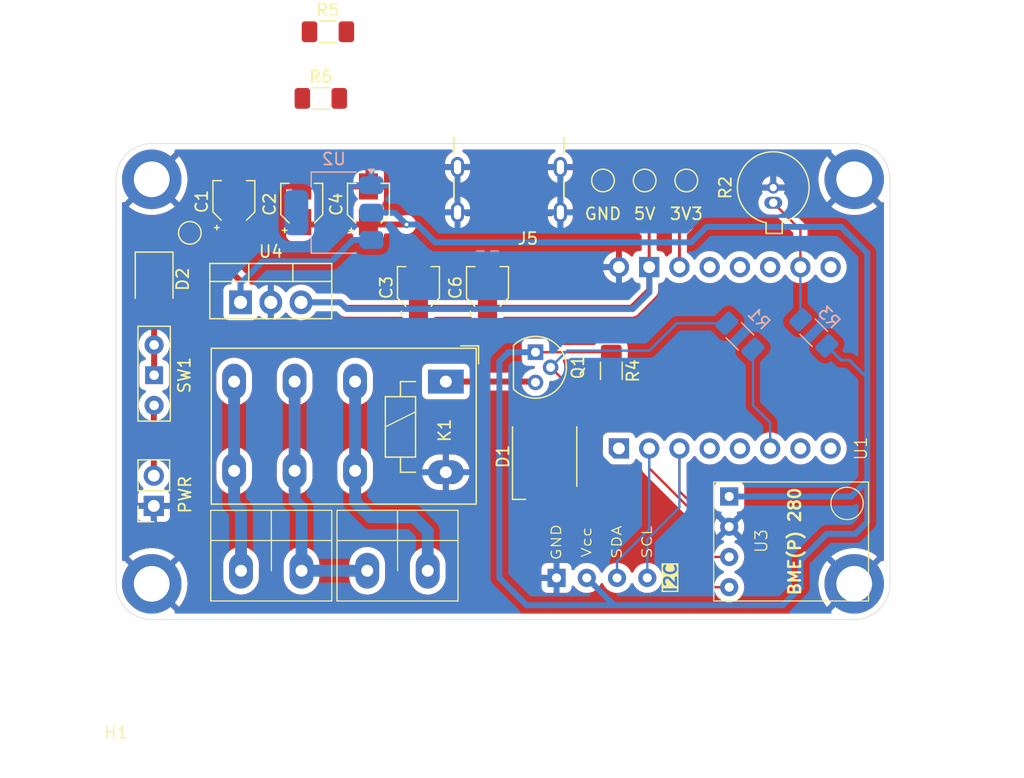
<source format=kicad_pcb>
(kicad_pcb (version 20240108) (generator "pcbnew") (generator_version "8.0")
  (layers (0 "F.Cu" signal) (31 "B.Cu" signal) (34 "B.Paste" user) (35 "F.Paste" user) (36 "B.SilkS" user "B.Silkscreen") (37 "F.SilkS" user "F.Silkscreen") (38 "B.Mask" user) (39 "F.Mask" user) (44 "Edge.Cuts" user))
  (net 0 "")
  (net 1 "GND")
  (net 2 "/SDA")
  (net 3 "/SCL")
  (net 4 "Net-(Q1-E)")
  (net 5 "/GPIO10")
  (net 7 "/ADC1")
  (net 16 "+3V3")
  (net 17 "/Power Supply/VIN")
  (net 18 "+5V")
  (net 19 "/Power Supply/VDC")
  (net 20 "/NC")
  (net 21 "/COM")
  (net 22 "/NO")
  (net 23 "Net-(J1-Pin_2)")
  (net 24 "Net-(D1-AG)")
  (net 25 "Net-(D1-AB)")
  (net 27 "Net-(J5-CC2)")
  (net 29 "Net-(J5-CC1)")
  (footprint "Capacitor_SMD:CP_Elec_3x5.3" (layer "F.Cu") (at 131.8 64.4 90)
    (property "Reference" "C4" (at 0 -2.7 90) (layer "F.SilkS"))
    (property "Value" "10uF")
    (fp_line (start 1.76 -1.76) (end 1.76 -1.06) (stroke (width 0.12)) (layer "F.SilkS"))
    (fp_line (start -0.870563 -1.76) (end 1.76 -1.76) (stroke (width 0.12)) (layer "F.SilkS"))
    (fp_line (start -2.1875 -1.6225) (end -2.1875 -1.2475) (stroke (width 0.12)) (layer "F.SilkS"))
    (fp_line (start -2.375 -1.435) (end -2 -1.435) (stroke (width 0.12)) (layer "F.SilkS"))
    (fp_line (start -1.570563 -1.06) (end -0.870563 -1.76) (stroke (width 0.12)) (layer "F.SilkS"))
    (fp_line (start -1.570563 1.06) (end -0.870563 1.76) (stroke (width 0.12)) (layer "F.SilkS"))
    (fp_line (start 1.76 1.76) (end 1.76 1.06) (stroke (width 0.12)) (layer "F.SilkS"))
    (fp_line (start -0.870563 1.76) (end 1.76 1.76) (stroke (width 0.12)) (layer "F.SilkS"))
    (pad "1" smd rect (at -1.5 0 90) (size 2.2 1.6) (layers "F.Cu" "F.Paste" "F.Mask") (net 16 "+3V3"))
    (pad "2" smd rect (at 1.5 0 90) (size 2.2 1.6) (layers "F.Cu" "F.Paste" "F.Mask") (net 1 "GND"))
  )
  (footprint "Alexander Footprint Library:USB-C MOLEX 2171750001" (layer "F.Cu") (at 143.6 58.675 180)
    (property "Reference" "J5" (at -1.5875 -8.605 0) (layer "F.SilkS"))
    (property "Value" "USB-C_Receptacle_PowerOnly_6P_MOLEX-2171750001")
    (fp_line (start 4.62 -0.15) (end 4.62 -1.4) (stroke (width 0.15)) (layer "F.SilkS"))
    (fp_line (start 4.62 -3.75) (end 4.62 -5.2) (stroke (width 0.15)) (layer "F.SilkS"))
    (fp_line (start -4.62 -0.15) (end -4.62 -1.4) (stroke (width 0.15)) (layer "F.SilkS"))
    (fp_line (start -4.62 -3.75) (end -4.62 -5.2) (stroke (width 0.15)) (layer "F.SilkS"))
    (pad "A5" smd rect (at -0.5 -6.48 180) (size 0.7 1.2) (layers "F.Cu" "F.Paste") (net 29 "Net-(J5-CC1)"))
    (pad "A9" smd rect (at 1.52 -6.48 180) (size 0.76 1.2) (layers "F.Cu" "F.Paste"))
    (pad "A12" smd rect (at 2.75 -6.48 180) (size 0.8 1.2) (layers "F.Cu" "F.Paste") (net 1 "GND"))
    (pad "B5" smd rect (at 0.5 -6.48 180) (size 0.7 1.2) (layers "F.Cu" "F.Paste") (net 27 "Net-(J5-CC2)"))
    (pad "B9" smd rect (at -1.52 -6.48 180) (size 0.76 1.2) (layers "F.Cu" "F.Paste"))
    (pad "B12" smd rect (at -2.75 -6.48 180) (size 0.8 1.2) (layers "F.Cu" "F.Paste") (net 1 "GND"))
    (pad "S1" thru_hole oval (at -4.32 -2.6 180) (size 1.1 1.7) (drill oval 0.6 1.2) (layers "*.Cu" "*.Mask") (net 1 "GND"))
    (pad "S2" thru_hole oval (at 4.32 -2.6 180) (size 1.1 1.7) (drill oval 0.6 1.2) (layers "*.Cu" "*.Mask") (net 1 "GND"))
    (pad "S3" thru_hole oval (at -4.32 -6.4 180) (size 1.1 1.7) (drill oval 0.6 1.2) (layers "*.Cu" "*.Mask") (net 1 "GND"))
    (pad "S4" thru_hole oval (at 4.32 -6.4 180) (size 1.1 1.7) (drill oval 0.6 1.2) (layers "*.Cu" "*.Mask") (net 1 "GND"))
  )
  (footprint "Package_TO_SOT_THT:TO-92" (layer "F.Cu") (at 145.83 76.83 -90)
    (property "Reference" "Q1" (at 1.27 -3.56 90) (layer "F.SilkS"))
    (property "Value" "NPN")
    (fp_line (start -0.53 1.85) (end 3.07 1.85) (stroke (width 0.12)) (layer "F.SilkS"))
    (fp_arc (start -0.568478 1.838478) (mid -1.132087 -0.994977) (end 1.27 -2.6) (stroke (width 0.12)) (layer "F.SilkS"))
    (fp_arc (start 1.27 -2.6) (mid 3.672087 -0.994977) (end 3.108478 1.838478) (stroke (width 0.12)) (layer "F.SilkS"))
    (pad "1" thru_hole rect (at 0 0 270) (size 1.3 1.3) (drill 0.75) (layers "*.Cu" "*.Mask") (net 16 "+3V3"))
    (pad "2" thru_hole circle (at 1.27 -1.27 270) (size 1.3 1.3) (drill 0.75) (layers "*.Cu" "*.Mask") (net 24 "Net-(D1-AG)"))
    (pad "3" thru_hole circle (at 2.54 0 270) (size 1.3 1.3) (drill 0.75) (layers "*.Cu" "*.Mask") (net 4 "Net-(Q1-E)"))
  )
  (footprint "TestPoint:TestPoint_Pad_D1.5mm" (layer "F.Cu") (at 158.5 62.4)
    (property "Reference" "3V3" (at 0 2.8 0) (layer "F.SilkS"))
    (property "Value" "3V3")
    (fp_circle (center 0 0) (end 0 0.95) (stroke (width 0.12)) (fill none) (layer "F.SilkS"))
    (pad "1" smd circle (at 0 0) (size 1.5 1.5) (layers "F.Cu" "F.Mask") (net 16 "+3V3"))
  )
  (footprint "Alexander Footprint Library:Conn_Terminal_5mm" (layer "F.Cu") (at 113.48 95.2 90)
    (property "Reference" "J3" (hide yes))
    (property "Value" "Conn_01x02_Socket")
    (fp_line (start 2.54 5.08) (end -2.54 5.08) (stroke (width 0.1)) (layer "F.SilkS"))
    (fp_line (start -2.54 5.08) (end 5.08 5.08) (stroke (width 0.1)) (layer "F.SilkS"))
    (fp_line (start -2.54 5.08) (end -2.54 15.24) (stroke (width 0.1)) (layer "F.SilkS"))
    (fp_line (start 0 10.17) (end 5.08 10.16) (stroke (width 0.1)) (layer "F.SilkS"))
    (fp_line (start 5.08 15.24) (end 5.08 5.08) (stroke (width 0.1)) (layer "F.SilkS"))
    (fp_line (start 2.54 15.24) (end 2.54 5.08) (stroke (width 0.1)) (layer "F.SilkS"))
    (fp_line (start -2.54 15.24) (end 5.08 15.24) (stroke (width 0.1)) (layer "F.SilkS"))
    (pad "1" thru_hole oval (at 0 7.62 180) (size 2 3) (drill 1) (layers "*.Cu" "*.Mask") (net 20 "/NC"))
    (pad "2" thru_hole oval (at 0 12.7 180) (size 2 3) (drill 1) (layers "*.Cu" "*.Mask") (net 21 "/COM"))
  )
  (footprint "Alexander Footprint Library:Conn_I2C" (layer "F.Cu") (at 139.98 95.8 90)
    (property "Reference" "J4" (hide yes))
    (property "Value" "I2C")
    (fp_text user "I2C" (at 0 17.78 90) (layer "F.SilkS" knockout) (effects (font (thickness 0.2) (bold yes)) (justify bottom)))
    (fp_text user "GND" (at 3 7.6 90) (layer "F.SilkS") (effects (font (size 0.8 1) (thickness 0.1))))
    (fp_text user "SDA" (at 3 12.68 90) (layer "F.SilkS") (effects (font (size 0.8 1) (thickness 0.1))))
    (fp_text user "SCL" (at 3 15.22 90) (layer "F.SilkS") (effects (font (size 0.8 1) (thickness 0.1))))
    (fp_text user "Vcc" (at 3 10.14 90) (layer "F.SilkS") (effects (font (size 0.8 1) (thickness 0.1))))
    (pad "GND" thru_hole rect (at 0 7.62 90) (size 1.524 1.524) (drill 0.762) (layers "*.Cu" "*.Mask") (net 1 "GND"))
    (pad "SCL" thru_hole circle (at 0 15.24 90) (size 1.524 1.524) (drill 0.762) (layers "*.Cu" "*.Mask") (net 3 "/SCL"))
    (pad "SDA" thru_hole circle (at 0 12.7 90) (size 1.524 1.524) (drill 0.762) (layers "*.Cu" "*.Mask") (net 2 "/SDA"))
    (pad "Vcc" thru_hole circle (at 0 10.16 90) (size 1.524 1.524) (drill 0.762) (layers "*.Cu" "*.Mask") (net 16 "+3V3"))
  )
  (footprint "TestPoint:TestPoint_Pad_D1.5mm" (layer "F.Cu") (at 155 62.4)
    (property "Reference" "5V" (at 0 2.8 0) (layer "F.SilkS"))
    (property "Value" "5V")
    (fp_circle (center 0 0) (end 0 0.95) (stroke (width 0.12)) (fill none) (layer "F.SilkS"))
    (pad "1" smd circle (at 0 0) (size 1.5 1.5) (layers "F.Cu" "F.Mask") (net 18 "+5V"))
  )
  (footprint "Alexander Footprint Library:BME280_BMP280_I2C" (layer "F.Cu") (at 160.8 87.74)
    (property "Reference" "U3" (at 4 4.96 90) (layer "F.SilkS") (effects (font (thickness 0.1))))
    (property "Value" "~")
    (fp_rect (start 0 0) (end 13 10) (stroke (width 0.1)) (fill none) (layer "F.SilkS"))
    (fp_circle (center 11.2 1.8) (end 12.3 1) (stroke (width 0.1)) (fill none) (layer "F.SilkS"))
    (fp_text user "BME(P) 280" (at 6.8 5 90) (layer "F.SilkS") (effects (font (thickness 0.2) (bold yes))))
    (pad "1" thru_hole rect (at 1.3 1.22) (size 1.524 1.524) (drill 0.762) (layers "*.Cu" "*.Mask") (net 16 "+3V3"))
    (pad "2" thru_hole circle (at 1.3 3.76) (size 1.524 1.524) (drill 0.762) (layers "*.Cu" "*.Mask") (net 1 "GND"))
    (pad "3" thru_hole circle (at 1.3 6.3) (size 1.524 1.524) (drill 0.762) (layers "*.Cu" "*.Mask") (net 3 "/SCL"))
    (pad "4" thru_hole circle (at 1.3 8.84) (size 1.524 1.524) (drill 0.762) (layers "*.Cu" "*.Mask") (net 2 "/SDA"))
  )
  (footprint "Resistor_SMD:R_1206_3216Metric_Pad1.30x1.75mm_HandSolder" (layer "F.Cu") (at 152.2 78.4 -90)
    (property "Reference" "R4" (at 0 -1.82 90) (layer "F.SilkS"))
    (property "Value" "10K")
    (fp_line (start -0.727064 0.91) (end 0.727064 0.91) (stroke (width 0.12)) (layer "F.SilkS"))
    (fp_line (start -0.727064 -0.91) (end 0.727064 -0.91) (stroke (width 0.12)) (layer "F.SilkS"))
    (pad "1" smd roundrect (at -1.550001 0 270) (size 1.3 1.75) (layers "F.Cu" "F.Paste" "F.Mask") (roundrect_rratio 0.192308) (net 16 "+3V3"))
    (pad "2" smd roundrect (at 1.550001 0 270) (size 1.3 1.75) (layers "F.Cu" "F.Paste" "F.Mask") (roundrect_rratio 0.192308) (net 25 "Net-(D1-AB)"))
  )
  (footprint "Connector_PinSocket_2.54mm:PinSocket_1x02_P2.54mm_Vertical" (layer "F.Cu") (at 113.775 89.75 180)
    (property "Reference" "J1" (hide yes))
    (property "Value" "PWR" (at -2.625 0.95 90) (layer "F.SilkS"))
    (fp_line (start 1.33 1.27) (end 1.33 3.87) (stroke (width 0.12)) (layer "F.SilkS"))
    (fp_line (start 1.33 -1.33) (end 1.33 0) (stroke (width 0.12)) (layer "F.SilkS"))
    (fp_line (start 0 -1.33) (end 1.33 -1.33) (stroke (width 0.12)) (layer "F.SilkS"))
    (fp_line (start -1.33 3.87) (end 1.33 3.87) (stroke (width 0.12)) (layer "F.SilkS"))
    (fp_line (start -1.33 1.27) (end 1.33 1.27) (stroke (width 0.12)) (layer "F.SilkS"))
    (fp_line (start -1.33 1.27) (end -1.33 3.87) (stroke (width 0.12)) (layer "F.SilkS"))
    (pad "1" thru_hole rect (at 0 0 180) (size 1.7 1.7) (drill 1) (layers "*.Cu" "*.Mask") (net 1 "GND"))
    (pad "2" thru_hole oval (at 0 2.54 180) (size 1.7 1.7) (drill 1) (layers "*.Cu" "*.Mask") (net 23 "Net-(J1-Pin_2)"))
  )
  (footprint "Alexander Footprint Library:LED_5050-6" (layer "F.Cu") (at 146.6 85.6 90)
    (property "Reference" "D1" (at 0 -3.5 90) (layer "F.SilkS"))
    (property "Value" "LED_SMD_5050")
    (fp_line (start -3.6 -2.7) (end 2.5 -2.7) (stroke (width 0.12)) (layer "F.SilkS"))
    (fp_line (start -3.6 -1.6) (end -3.6 -2.7) (stroke (width 0.12)) (layer "F.SilkS"))
    (fp_line (start 2.5 2.7) (end -2.5 2.7) (stroke (width 0.12)) (layer "F.SilkS"))
    (pad "1" smd rect (at -2.4 -1.7 180) (size 1.1 2) (layers "F.Cu" "F.Paste" "F.Mask") (net 25 "Net-(D1-AB)"))
    (pad "2" smd rect (at -2.4 0 180) (size 1.1 2) (layers "F.Cu" "F.Paste" "F.Mask") (net 25 "Net-(D1-AB)"))
    (pad "3" smd rect (at -2.4 1.7 180) (size 1.1 2) (layers "F.Cu" "F.Paste" "F.Mask") (net 25 "Net-(D1-AB)"))
    (pad "4" smd rect (at 2.4 1.7 180) (size 1.1 2) (layers "F.Cu" "F.Paste" "F.Mask") (net 24 "Net-(D1-AG)"))
    (pad "5" smd rect (at 2.4 0 180) (size 1.1 2) (layers "F.Cu" "F.Paste" "F.Mask") (net 24 "Net-(D1-AG)"))
    (pad "6" smd rect (at 2.4 -1.7 180) (size 1.1 2) (layers "F.Cu" "F.Paste" "F.Mask") (net 24 "Net-(D1-AG)"))
  )
  (footprint "Capacitor_SMD:CP_Elec_3x5.3" (layer "F.Cu") (at 136 71.4 90)
    (property "Reference" "C3" (at 0 -2.7 90) (layer "F.SilkS"))
    (property "Value" "1uF")
    (fp_line (start 1.76 -1.76) (end 1.76 -1.06) (stroke (width 0.12)) (layer "F.SilkS"))
    (fp_line (start -0.870563 -1.76) (end 1.76 -1.76) (stroke (width 0.12)) (layer "F.SilkS"))
    (fp_line (start -2.1875 -1.6225) (end -2.1875 -1.2475) (stroke (width 0.12)) (layer "F.SilkS"))
    (fp_line (start -2.375 -1.435) (end -2 -1.435) (stroke (width 0.12)) (layer "F.SilkS"))
    (fp_line (start -1.570563 -1.06) (end -0.870563 -1.76) (stroke (width 0.12)) (layer "F.SilkS"))
    (fp_line (start -1.570563 1.06) (end -0.870563 1.76) (stroke (width 0.12)) (layer "F.SilkS"))
    (fp_line (start 1.76 1.76) (end 1.76 1.06) (stroke (width 0.12)) (layer "F.SilkS"))
    (fp_line (start -0.870563 1.76) (end 1.76 1.76) (stroke (width 0.12)) (layer "F.SilkS"))
    (pad "1" smd rect (at -1.5 0 90) (size 2.2 1.6) (layers "F.Cu" "F.Paste" "F.Mask") (net 18 "+5V"))
    (pad "2" smd rect (at 1.5 0 90) (size 2.2 1.6) (layers "F.Cu" "F.Paste" "F.Mask") (net 1 "GND"))
  )
  (footprint "Alexander Footprint Library:ESP32-C3_SuperMini" (layer "F.Cu") (at 173.16 84.92 90)
    (property "Reference" "U1" (at 0 0 90) (layer "F.SilkS") (effects (font (thickness 0.1))))
    (property "Value" "~")
    (pad "1" thru_hole roundrect (at 0 -20.32 90) (size 1.7 1.7) (drill 1) (layers "*.Cu" "*.Mask") (roundrect_rratio 0) (chamfer_ratio 0.25) (chamfer top_left))
    (pad "2" thru_hole oval (at 0 -17.78 90) (size 1.7 1.7) (drill 1) (layers "*.Cu" "*.Mask") (net 2 "/SDA"))
    (pad "3" thru_hole oval (at 0 -15.24 90) (size 1.7 1.7) (drill 1) (layers "*.Cu" "*.Mask") (net 3 "/SCL"))
    (pad "4" thru_hole oval (at 0 -12.7 90) (size 1.7 1.7) (drill 1) (layers "*.Cu" "*.Mask"))
    (pad "5" thru_hole oval (at 0 -10.16 90) (size 1.7 1.7) (drill 1) (layers "*.Cu" "*.Mask"))
    (pad "6" thru_hole oval (at 0 -7.62 90) (size 1.7 1.7) (drill 1) (layers "*.Cu" "*.Mask") (net 5 "/GPIO10"))
    (pad "7" thru_hole oval (at 0 -5.08 90) (size 1.7 1.7) (drill 1) (layers "*.Cu" "*.Mask"))
    (pad "8" thru_hole oval (at 0 -2.54 90) (size 1.7 1.7) (drill 1) (layers "*.Cu" "*.Mask"))
    (pad "9" thru_hole oval (at 15.24 -2.54 90) (size 1.7 1.7) (drill 1) (layers "*.Cu" "*.Mask"))
    (pad "10" thru_hole oval (at 15.24 -5.08 90) (size 1.7 1.7) (drill 1) (layers "*.Cu" "*.Mask") (net 7 "/ADC1"))
    (pad "11" thru_hole oval (at 15.24 -7.62 90) (size 1.7 1.7) (drill 1) (layers "*.Cu" "*.Mask"))
    (pad "12" thru_hole oval (at 15.24 -10.16 90) (size 1.7 1.7) (drill 1) (layers "*.Cu" "*.Mask"))
    (pad "13" thru_hole oval (at 15.24 -12.7 90) (size 1.7 1.7) (drill 1) (layers "*.Cu" "*.Mask"))
    (pad "14" thru_hole oval (at 15.24 -15.24 90) (size 1.7 1.7) (drill 1) (layers "*.Cu" "*.Mask") (net 16 "+3V3"))
    (pad "15" thru_hole rect (at 15.24 -17.78 90) (size 1.7 1.7) (drill 1) (layers "*.Cu" "*.Mask") (net 18 "+5V"))
    (pad "16" thru_hole oval (at 15.24 -20.32 90) (size 1.7 1.7) (drill 1) (layers "*.Cu" "*.Mask") (net 1 "GND"))
  )
  (footprint "TestPoint:TestPoint_Pad_D1.5mm" (layer "F.Cu") (at 151.5 62.4)
    (property "Reference" "GND" (at 0 2.8 0) (layer "F.SilkS"))
    (property "Value" "GND")
    (fp_circle (center 0 0) (end 0 0.95) (stroke (width 0.12)) (fill none) (layer "F.SilkS"))
    (pad "1" smd circle (at 0 0) (size 1.5 1.5) (layers "F.Cu" "F.Mask") (net 1 "GND"))
  )
  (footprint "Alexander Footprint Library:Board_65-40" (layer "F.Cu") (at 110.6 109.3)
    (property "Reference" "H1" (at 0 -0.5 0) (layer "F.SilkS") (effects (font (thickness 0.1))))
    (property "Value" "Project_Box_Board_65x40")
    (fp_line (start 0 -13) (end 0 -47) (stroke (width 0.05)) (layer "Edge.Cuts"))
    (fp_line (start 3 -50) (end 62 -50) (stroke (width 0.05)) (layer "Edge.Cuts"))
    (fp_line (start 62 -10) (end 3 -10) (stroke (width 0.05)) (layer "Edge.Cuts"))
    (fp_line (start 65 -47) (end 65 -13) (stroke (width 0.05)) (layer "Edge.Cuts"))
    (fp_arc (start 0 -47) (mid 0.87868 -49.12132) (end 3 -50) (stroke (width 0.05)) (layer "Edge.Cuts"))
    (fp_arc (start 3 -10) (mid 0.87868 -10.87868) (end 0 -13) (stroke (width 0.05)) (layer "Edge.Cuts"))
    (fp_arc (start 62 -50) (mid 64.12132 -49.12132) (end 65 -47) (stroke (width 0.05)) (layer "Edge.Cuts"))
    (fp_arc (start 65 -13) (mid 64.12132 -10.87868) (end 62 -10) (stroke (width 0.05)) (layer "Edge.Cuts"))
    (pad "1" thru_hole circle (at 3 -47) (size 5 5) (drill 3) (layers "*.Cu" "*.Mask") (net 1 "GND"))
    (pad "2" thru_hole circle (at 3 -13) (size 5 5) (drill 3) (layers "*.Cu" "*.Mask") (net 1 "GND"))
    (pad "3" thru_hole circle (at 62 -13) (size 5 5) (drill 3) (layers "*.Cu" "*.Mask") (net 1 "GND"))
    (pad "4" thru_hole circle (at 62 -47) (size 5 5) (drill 3) (layers "*.Cu" "*.Mask") (net 1 "GND"))
  )
  (footprint "Alexander Footprint Library:LD1117" (layer "F.Cu") (at 121.06 72.645)
    (property "Reference" "U4" (at 2.54 -4.27 0) (layer "F.SilkS"))
    (property "Value" "L7805")
    (fp_line (start -2.58 -3.27) (end -2.58 1.371) (stroke (width 0.12)) (layer "F.SilkS"))
    (fp_line (start -2.58 -3.27) (end 7.66 -3.27) (stroke (width 0.12)) (layer "F.SilkS"))
    (fp_line (start -2.58 -1.76) (end 7.66 -1.76) (stroke (width 0.12)) (layer "F.SilkS"))
    (fp_line (start -2.58 1.371) (end 7.66 1.371) (stroke (width 0.12)) (layer "F.SilkS"))
    (fp_line (start 0.69 -3.27) (end 0.69 -1.76) (stroke (width 0.12)) (layer "F.SilkS"))
    (fp_line (start 4.391 -3.27) (end 4.391 -1.76) (stroke (width 0.12)) (layer "F.SilkS"))
    (fp_line (start 7.66 -3.27) (end 7.66 1.371) (stroke (width 0.12)) (layer "F.SilkS"))
    (pad "1" thru_hole rect (at 0 0) (size 1.905 2) (drill 1.1) (layers "*.Cu" "*.Mask") (net 17 "/Power Supply/VIN"))
    (pad "2" thru_hole oval (at 2.54 0) (size 1.905 2) (drill 1.1) (layers "*.Cu" "*.Mask") (net 1 "GND"))
    (pad "3" thru_hole oval (at 5.08 0) (size 1.905 2) (drill 1.1) (layers "*.Cu" "*.Mask") (net 18 "+5V"))
  )
  (footprint "TestPoint:TestPoint_Pad_D1.5mm" (layer "F.Cu") (at 116.8 66.8)
    (property "Reference" "TP1" (hide yes))
    (property "Value" "VIN")
    (fp_circle (center 0 0) (end 0 0.95) (stroke (width 0.12)) (fill none) (layer "F.SilkS"))
    (pad "1" smd circle (at 0 0) (size 1.5 1.5) (layers "F.Cu" "F.Mask") (net 17 "/Power Supply/VIN"))
  )
  (footprint "Resistor_SMD:R_1206_3216Metric_Pad1.30x1.75mm_HandSolder" (layer "F.Cu") (at 128.4 49.9)
    (property "Reference" "R5" (at 0 -1.82 0) (layer "F.SilkS"))
    (property "Value" "5K7")
    (fp_line (start -0.727064 -0.91) (end 0.727064 -0.91) (stroke (width 0.12)) (layer "F.SilkS"))
    (fp_line (start -0.727064 0.91) (end 0.727064 0.91) (stroke (width 0.12)) (layer "F.SilkS"))
    (pad "1" smd roundrect (at -1.55 0) (size 1.3 1.75) (layers "F.Cu" "F.Paste" "F.Mask") (roundrect_rratio 0.192308) (net 1 "GND"))
    (pad "2" smd roundrect (at 1.55 0) (size 1.3 1.75) (layers "F.Cu" "F.Paste" "F.Mask") (roundrect_rratio 0.192308) (net 29 "Net-(J5-CC1)"))
  )
  (footprint "Capacitor_SMD:CP_Elec_3x5.3" (layer "F.Cu") (at 126.2 64.4 90)
    (property "Reference" "C2" (at 0 -2.7 90) (layer "F.SilkS"))
    (property "Value" "1uF")
    (fp_line (start 1.76 -1.76) (end 1.76 -1.06) (stroke (width 0.12)) (layer "F.SilkS"))
    (fp_line (start -0.870563 -1.76) (end 1.76 -1.76) (stroke (width 0.12)) (layer "F.SilkS"))
    (fp_line (start -2.1875 -1.6225) (end -2.1875 -1.2475) (stroke (width 0.12)) (layer "F.SilkS"))
    (fp_line (start -2.375 -1.435) (end -2 -1.435) (stroke (width 0.12)) (layer "F.SilkS"))
    (fp_line (start -1.570563 -1.06) (end -0.870563 -1.76) (stroke (width 0.12)) (layer "F.SilkS"))
    (fp_line (start -1.570563 1.06) (end -0.870563 1.76) (stroke (width 0.12)) (layer "F.SilkS"))
    (fp_line (start 1.76 1.76) (end 1.76 1.06) (stroke (width 0.12)) (layer "F.SilkS"))
    (fp_line (start -0.870563 1.76) (end 1.76 1.76) (stroke (width 0.12)) (layer "F.SilkS"))
    (pad "1" smd rect (at -1.5 0 90) (size 2.2 1.6) (layers "F.Cu" "F.Paste" "F.Mask") (net 16 "+3V3"))
    (pad "2" smd rect (at 1.5 0 90) (size 2.2 1.6) (layers "F.Cu" "F.Paste" "F.Mask") (net 1 "GND"))
  )
  (footprint "Diode_SMD:D_1210_3225Metric" (layer "F.Cu") (at 113.8 70.7 -90)
    (property "Reference" "D2" (at 0 -2.4 90) (layer "F.SilkS"))
    (property "Value" "D")
    (fp_line (start -2.285 1.585) (end 1.6 1.585) (stroke (width 0.12)) (layer "F.SilkS"))
    (fp_line (start -2.285 -1.585) (end -2.285 1.585) (stroke (width 0.12)) (layer "F.SilkS"))
    (fp_line (start 1.6 -1.585) (end -2.285 -1.585) (stroke (width 0.12)) (layer "F.SilkS"))
    (pad "1" smd roundrect (at -1.4 0 270) (size 1.25 2.65) (layers "F.Cu" "F.Paste" "F.Mask") (roundrect_rratio 0.2) (net 17 "/Power Supply/VIN"))
    (pad "2" smd roundrect (at 1.4 0 270) (size 1.25 2.65) (layers "F.Cu" "F.Paste" "F.Mask") (roundrect_rratio 0.2) (net 19 "/Power Supply/VDC"))
  )
  (footprint "Alexander Footprint Library:Conn_Terminal_5mm" (layer "F.Cu") (at 124.08 95.2 90)
    (property "Reference" "J2" (hide yes))
    (property "Value" "Conn_01x02_Socket")
    (fp_line (start 2.54 5.08) (end -2.54 5.08) (stroke (width 0.1)) (layer "F.SilkS"))
    (fp_line (start -2.54 5.08) (end 5.08 5.08) (stroke (width 0.1)) (layer "F.SilkS"))
    (fp_line (start -2.54 5.08) (end -2.54 15.24) (stroke (width 0.1)) (layer "F.SilkS"))
    (fp_line (start 0 10.17) (end 5.08 10.16) (stroke (width 0.1)) (layer "F.SilkS"))
    (fp_line (start 5.08 15.24) (end 5.08 5.08) (stroke (width 0.1)) (layer "F.SilkS"))
    (fp_line (start 2.54 15.24) (end 2.54 5.08) (stroke (width 0.1)) (layer "F.SilkS"))
    (fp_line (start -2.54 15.24) (end 5.08 15.24) (stroke (width 0.1)) (layer "F.SilkS"))
    (pad "1" thru_hole oval (at 0 7.62 180) (size 2 3) (drill 1) (layers "*.Cu" "*.Mask") (net 21 "/COM"))
    (pad "2" thru_hole oval (at 0 12.7 180) (size 2 3) (drill 1) (layers "*.Cu" "*.Mask") (net 22 "/NO"))
  )
  (footprint "Alexander Footprint Library:Relay_DPDT_HK19F_HUI" (layer "F.Cu") (at 138.3 79.3 180)
    (property "Reference" "K1" (at 0.1 -4.1 90) (layer "F.SilkS"))
    (property "Value" "Relay_DPDT_HK19F_HUI")
    (fp_line (start 19.7 2.8) (end 19.7 -10.3) (stroke (width 0.12)) (layer "F.SilkS"))
    (fp_line (start 19.7 -10.3) (end -2.55 -10.3) (stroke (width 0.12)) (layer "F.SilkS"))
    (fp_line (start 5.08 -1.27) (end 5.08 -6.35) (stroke (width 0.12)) (layer "F.SilkS"))
    (fp_line (start 5.08 -6.35) (end 2.54 -6.35) (stroke (width 0.12)) (layer "F.SilkS"))
    (fp_line (start 3.81 0) (end 3.81 -1.27) (stroke (width 0.12)) (layer "F.SilkS"))
    (fp_line (start 3.81 -1.27) (end 5.08 -1.27) (stroke (width 0.12)) (layer "F.SilkS"))
    (fp_line (start 3.81 -6.35) (end 3.81 -7.62) (stroke (width 0.12)) (layer "F.SilkS"))
    (fp_line (start 3.81 -7.62) (end 2.54 -7.62) (stroke (width 0.12)) (layer "F.SilkS"))
    (fp_line (start 2.54 0) (end 3.81 0) (stroke (width 0.12)) (layer "F.SilkS"))
    (fp_line (start 2.54 -1.27) (end 3.81 -1.27) (stroke (width 0.12)) (layer "F.SilkS"))
    (fp_line (start 2.54 -2.54) (end 5.08 -3.81) (stroke (width 0.1)) (layer "F.SilkS"))
    (fp_line (start 2.54 -6.35) (end 2.54 -1.27) (stroke (width 0.12)) (layer "F.SilkS"))
    (fp_line (start -2.55 2.8) (end 19.7 2.8) (stroke (width 0.12)) (layer "F.SilkS"))
    (fp_line (start -2.55 -10.3) (end -2.55 2.8) (stroke (width 0.12)) (layer "F.SilkS"))
    (fp_line (start -2.75 3) (end -1.25 3) (stroke (width 0.12)) (layer "F.SilkS"))
    (fp_line (start -2.75 1.5) (end -2.75 3) (stroke (width 0.12)) (layer "F.SilkS"))
    (pad "11" thru_hole oval (at 12.7 0) (size 2 3) (drill 1) (layers "*.Cu" "*.Mask") (net 21 "/COM"))
    (pad "12" thru_hole oval (at 7.62 0) (size 2 3) (drill 1) (layers "*.Cu" "*.Mask") (net 22 "/NO"))
    (pad "14" thru_hole oval (at 17.78 0) (size 2 3) (drill 1) (layers "*.Cu" "*.Mask") (net 20 "/NC"))
    (pad "21" thru_hole oval (at 12.7 -7.5) (size 2 3) (drill 1) (layers "*.Cu" "*.Mask") (net 21 "/COM"))
    (pad "22" thru_hole oval (at 7.62 -7.5) (size 2 3) (drill 1) (layers "*.Cu" "*.Mask") (net 22 "/NO"))
    (pad "24" thru_hole oval (at 17.78 -7.5) (size 2 3) (drill 1) (layers "*.Cu" "*.Mask") (net 20 "/NC"))
    (pad "A1" thru_hole rect (at 0 0) (size 3 2) (drill 1) (layers "*.Cu" "*.Mask") (net 4 "Net-(Q1-E)"))
    (pad "A2" thru_hole oval (at 0 -7.62) (size 3 2) (drill 1) (layers "*.Cu" "*.Mask") (net 1 "GND"))
  )
  (footprint "Capacitor_SMD:CP_Elec_3x5.3" (layer "F.Cu") (at 141.8 71.4 90)
    (property "Reference" "C6" (at 0 -2.7 90) (layer "F.SilkS"))
    (property "Value" "10uF")
    (fp_line (start 1.76 -1.76) (end 1.76 -1.06) (stroke (width 0.12)) (layer "F.SilkS"))
    (fp_line (start -0.870563 -1.76) (end 1.76 -1.76) (stroke (width 0.12)) (layer "F.SilkS"))
    (fp_line (start -2.1875 -1.6225) (end -2.1875 -1.2475) (stroke (width 0.12)) (layer "F.SilkS"))
    (fp_line (start -2.375 -1.435) (end -2 -1.435) (stroke (width 0.12)) (layer "F.SilkS"))
    (fp_line (start -1.570563 -1.06) (end -0.870563 -1.76) (stroke (width 0.12)) (layer "F.SilkS"))
    (fp_line (start -1.570563 1.06) (end -0.870563 1.76) (stroke (width 0.12)) (layer "F.SilkS"))
    (fp_line (start 1.76 1.76) (end 1.76 1.06) (stroke (width 0.12)) (layer "F.SilkS"))
    (fp_line (start -0.870563 1.76) (end 1.76 1.76) (stroke (width 0.12)) (layer "F.SilkS"))
    (pad "1" smd rect (at -1.5 0 90) (size 2.2 1.6) (layers "F.Cu" "F.Paste" "F.Mask") (net 18 "+5V"))
    (pad "2" smd rect (at 1.5 0 90) (size 2.2 1.6) (layers "F.Cu" "F.Paste" "F.Mask") (net 1 "GND"))
  )
  (footprint "Package_TO_SOT_THT:TO-46-2_Pin2Center" (layer "F.Cu") (at 165.8 64.27 90)
    (property "Reference" "R2" (at 1.27 -4.02 90) (layer "F.SilkS"))
    (property "Value" "R_Photo")
    (fp_line (start -1.68 -0.6) (end -2.58 -0.6) (stroke (width 0.12)) (layer "F.SilkS"))
    (fp_line (start -2.58 -0.6) (end -2.58 0.75) (stroke (width 0.12)) (layer "F.SilkS"))
    (fp_line (start -2.58 0.75) (end -1.68 0.75) (stroke (width 0.12)) (layer "F.SilkS"))
    (fp_arc (start -1.68 -0.6) (mid 4.279362 -0.078983) (end -1.644465 0.753918) (stroke (width 0.12)) (layer "F.SilkS"))
    (pad "1" thru_hole oval (at 0 0 180) (size 1.5 1) (drill 0.7) (layers "*.Cu" "*.Mask") (net 7 "/ADC1"))
    (pad "2" thru_hole oval (at 1.27 0 90) (size 1 1) (drill 0.6) (layers "*.Cu" "*.Mask") (net 1 "GND"))
  )
  (footprint "Resistor_SMD:R_1206_3216Metric_Pad1.30x1.75mm_HandSolder" (layer "F.Cu") (at 127.8 55.5)
    (property "Reference" "R6" (at 0 -1.82 0) (layer "F.SilkS"))
    (property "Value" "5K7")
    (fp_line (start -0.727064 -0.91) (end 0.727064 -0.91) (stroke (width 0.12)) (layer "F.SilkS"))
    (fp_line (start -0.727064 0.91) (end 0.727064 0.91) (stroke (width 0.12)) (layer "F.SilkS"))
    (pad "1" smd roundrect (at -1.55 0) (size 1.3 1.75) (layers "F.Cu" "F.Paste" "F.Mask") (roundrect_rratio 0.192308) (net 1 "GND"))
    (pad "2" smd roundrect (at 1.55 0) (size 1.3 1.75) (layers "F.Cu" "F.Paste" "F.Mask") (roundrect_rratio 0.192308) (net 27 "Net-(J5-CC2)"))
  )
  (footprint "Capacitor_SMD:CP_Elec_3x5.3" (layer "F.Cu") (at 120.5 64.1726 90)
    (property "Reference" "C1" (at 0 -2.7 90) (layer "F.SilkS"))
    (property "Value" "10uF")
    (fp_line (start 1.76 -1.76) (end 1.76 -1.06) (stroke (width 0.12)) (layer "F.SilkS"))
    (fp_line (start -0.870563 -1.76) (end 1.76 -1.76) (stroke (width 0.12)) (layer "F.SilkS"))
    (fp_line (start -2.1875 -1.6225) (end -2.1875 -1.2475) (stroke (width 0.12)) (layer "F.SilkS"))
    (fp_line (start -2.375 -1.435) (end -2 -1.435) (stroke (width 0.12)) (layer "F.SilkS"))
    (fp_line (start -1.570563 -1.06) (end -0.870563 -1.76) (stroke (width 0.12)) (layer "F.SilkS"))
    (fp_line (start -1.570563 1.06) (end -0.870563 1.76) (stroke (width 0.12)) (layer "F.SilkS"))
    (fp_line (start 1.76 1.76) (end 1.76 1.06) (stroke (width 0.12)) (layer "F.SilkS"))
    (fp_line (start -0.870563 1.76) (end 1.76 1.76) (stroke (width 0.12)) (layer "F.SilkS"))
    (pad "1" smd rect (at -1.5 0 90) (size 2.2 1.6) (layers "F.Cu" "F.Paste" "F.Mask") (net 17 "/Power Supply/VIN"))
    (pad "2" smd rect (at 1.5 0 90) (size 2.2 1.6) (layers "F.Cu" "F.Paste" "F.Mask") (net 1 "GND"))
  )
  (footprint "Alexander Footprint Library:SW_Slide-03_7.3x2.5x2.5_P2.54mm" (layer "F.Cu") (at 113.8 78.76 -90)
    (property "Reference" "SW1" (at 0 -2.54 90) (layer "F.SilkS"))
    (property "Value" "SW_SPDT")
    (fp_rect (start -4.11 -1.36) (end 3.86 1.36) (stroke (width 0.12)) (fill none) (layer "F.SilkS"))
    (pad "1" thru_hole rect (at 0 0 270) (size 1.5 1.5) (drill 0.8) (layers "*.Cu" "*.Mask") (net 19 "/Power Supply/VDC"))
    (pad "2" thru_hole circle (at -2.54 0 270) (size 1.6 1.6) (drill 0.8) (layers "*.Cu" "*.Mask") (net 19 "/Power Supply/VDC"))
    (pad "3" thru_hole circle (at 2.54 0 270) (size 1.6 1.6) (drill 0.8) (layers "*.Cu" "*.Mask") (net 23 "Net-(J1-Pin_2)"))
  )
  (footprint "Resistor_SMD:R_1206_3216Metric_Pad1.30x1.75mm_HandSolder" (layer "B.Cu") (at 163 75.5 -45)
    (property "Reference" "R1" (at 0.070711 -2.192031 135) (layer "B.SilkS") (effects (justify mirror)))
    (property "Value" "10K")
    (fp_line (start 0.727064 0.91) (end -0.727064 0.91) (stroke (width 0.12)) (layer "B.SilkS"))
    (fp_line (start 0.727064 -0.91) (end -0.727064 -0.91) (stroke (width 0.12)) (layer "B.SilkS"))
    (pad "1" smd roundrect (at -1.550001 0 315) (size 1.3 1.75) (layers "B.Cu" "B.Paste" "B.Mask") (roundrect_rratio 0.192308) (net 24 "Net-(D1-AG)"))
    (pad "2" smd roundrect (at 1.550001 0 315) (size 1.3 1.75) (layers "B.Cu" "B.Paste" "B.Mask") (roundrect_rratio 0.192308) (net 5 "/GPIO10"))
  )
  (footprint "Alexander Footprint Library:AMS1117 SOT-223" (layer "B.Cu") (at 128.9 65.1 180)
    (property "Reference" "U2" (at 0 4.5 0) (layer "B.SilkS") (effects (justify mirror)))
    (property "Value" "AMS1117-3V3")
    (fp_line (start 1.91 3.41) (end -1.85 3.41) (stroke (width 0.12)) (layer "B.SilkS"))
    (fp_line (start 1.91 2.15) (end 1.91 3.41) (stroke (width 0.12)) (layer "B.SilkS"))
    (fp_line (start 1.91 -2.15) (end 1.91 -3.41) (stroke (width 0.12)) (layer "B.SilkS"))
    (fp_line (start 1.91 -3.41) (end -1.85 -3.41) (stroke (width 0.12)) (layer "B.SilkS"))
    (fp_poly (pts (xy -3.13 3.31) (xy -3.37 3.64) (xy -2.89 3.64) (xy -3.13 3.31)) (stroke (width 0.12)) (fill solid) (layer "B.SilkS"))
    (pad "1" smd roundrect (at -3.15 2.3 180) (size 2 1.5) (layers "B.Cu" "B.Paste" "B.Mask") (net 1 "GND"))
    (pad "2" smd roundrect (at -3.15 0 180) (size 2 1.5) (layers "B.Cu" "B.Paste" "B.Mask") (net 16 "+3V3"))
    (pad "3" smd roundrect (at -3.15 -2.3 180) (size 2 1.5) (layers "B.Cu" "B.Paste" "B.Mask") (net 17 "/Power Supply/VIN"))
    (pad "4" smd roundrect (at 3.15 0 180) (size 2 3.8) (layers "B.Cu" "B.Paste" "B.Mask"))
  )
  (footprint "Resistor_SMD:R_1206_3216Metric_Pad1.30x1.75mm_HandSolder" (layer "B.Cu") (at 169.2 75.2 135)
    (property "Reference" "R3" (at 0 1.82 135) (layer "B.SilkS") (effects (justify mirror)))
    (property "Value" "R")
    (fp_line (start 0.727064 -0.91) (end -0.727064 -0.91) (stroke (width 0.12)) (layer "B.SilkS"))
    (fp_line (start 0.727064 0.91) (end -0.727064 0.91) (stroke (width 0.12)) (layer "B.SilkS"))
    (pad "1" smd roundrect (at -1.550001 0 135) (size 1.3 1.75) (layers "B.Cu" "B.Paste" "B.Mask") (roundrect_rratio 0.192308) (net 16 "+3V3"))
    (pad "2" smd roundrect (at 1.550001 0 135) (size 1.3 1.75) (layers "B.Cu" "B.Paste" "B.Mask") (roundrect_rratio 0.192308) (net 7 "/ADC1"))
  )
  (segment (start 160.58 96.58) (end 159 95) (width 0.2) (layer "F.Cu") (net 2))
  (segment (start 159 95) (end 159 90.2) (width 0.2) (layer "F.Cu") (net 2))
  (segment (start 162.1 96.58) (end 160.58 96.58) (width 0.2) (layer "F.Cu") (net 2))
  (segment (start 155.38 86.58) (end 155.38 84.92) (width 0.2) (layer "F.Cu") (net 2))
  (segment (start 159 90.2) (end 155.38 86.58) (width 0.2) (layer "F.Cu") (net 2))
  (segment (start 152.68 95.8) (end 152.68 94.42) (width 0.2) (layer "B.Cu") (net 2))
  (segment (start 155.38 91.72) (end 155.38 84.92) (width 0.2) (layer "B.Cu") (net 2))
  (segment (start 152.68 94.42) (end 155.38 91.72) (width 0.2) (layer "B.Cu") (net 2))
  (segment (start 157.92 88.52) (end 157.92 84.92) (width 0.2) (layer "F.Cu") (net 3))
  (segment (start 160.24 94.04) (end 159.4 93.2) (width 0.2) (layer "F.Cu") (net 3))
  (segment (start 159.4 90) (end 157.92 88.52) (width 0.2) (layer "F.Cu") (net 3))
  (segment (start 162.1 94.04) (end 160.24 94.04) (width 0.2) (layer "F.Cu") (net 3))
  (segment (start 159.4 93.2) (end 159.4 90) (width 0.2) (layer "F.Cu") (net 3))
  (segment (start 157.92 89.88) (end 157.92 84.92) (width 0.2) (layer "B.Cu") (net 3))
  (segment (start 155.22 92.58) (end 157.92 89.88) (width 0.2) (layer "B.Cu") (net 3))
  (segment (start 155.22 95.8) (end 155.22 92.58) (width 0.2) (layer "B.Cu") (net 3))
  (segment (start 145.76 79.3) (end 145.83 79.37) (width 0.2) (layer "F.Cu") (net 4))
  (segment (start 138.3 79.3) (end 145.76 79.3) (width 0.5) (layer "F.Cu") (net 4))
  (segment (start 165.54 82.74) (end 165.54 84.92) (width 0.2) (layer "B.Cu") (net 5))
  (segment (start 164.096016 76.596016) (end 164.096016 81.296016) (width 0.2) (layer "B.Cu") (net 5))
  (segment (start 164.096016 81.296016) (end 165.54 82.74) (width 0.2) (layer "B.Cu") (net 5))
  (segment (start 168.08 66.55) (end 165.8 64.27) (width 0.2) (layer "F.Cu") (net 7))
  (segment (start 168.08 69.68) (end 168.08 66.55) (width 0.2) (layer "F.Cu") (net 7))
  (segment (start 168.08 69.68) (end 168.08 74.08) (width 0.2) (layer "B.Cu") (net 7))
  (segment (start 168.08 74.08) (end 168.103984 74.103984) (width 0.2) (layer "B.Cu") (net 7))
  (segment (start 152.180001 76.83) (end 145.83 76.83) (width 0.2) (layer "F.Cu") (net 16))
  (segment (start 145.86 76.8) (end 145.83 76.83) (width 0.2) (layer "F.Cu") (net 16))
  (segment (start 135 66.1) (end 126.2 66.1) (width 0.5) (layer "F.Cu") (net 16))
  (segment (start 157.92 66.68) (end 158.5 66.1) (width 0.25) (layer "F.Cu") (net 16))
  (segment (start 157.92 69.68) (end 157.92 66.68) (width 0.25) (layer "F.Cu") (net 16))
  (segment (start 152.2 76.849999) (end 152.180001 76.83) (width 0.2) (layer "F.Cu") (net 16))
  (segment (start 158.5 66.1) (end 158.5 62.4) (width 0.25) (layer "F.Cu") (net 16))
  (via (at 135 66.1) (size 0.6) (drill 0.3) (layers "F.Cu" "B.Cu") (net 16))
  (segment (start 168.1 94.3) (end 168.1 96.6) (width 0.5) (layer "B.Cu") (net 16))
  (segment (start 142.8 77.6) (end 142.8 95.8) (width 0.5) (layer "B.Cu") (net 16))
  (segment (start 135 66.1) (end 134 65.1) (width 0.5) (layer "B.Cu") (net 16))
  (segment (start 173.7 91.1) (end 172.7 92.1) (width 0.5) (layer "B.Cu") (net 16))
  (segment (start 170.296016 76.296016) (end 171.5 77.5) (width 0.25) (layer "B.Cu") (net 16))
  (segment (start 137.4 67.6) (end 158.9 67.6) (width 0.5) (layer "B.Cu") (net 16))
  (segment (start 171.5 66.3) (end 173.7 68.5) (width 0.5) (layer "B.Cu") (net 16))
  (segment (start 158.9 67.6) (end 160.2 66.3) (width 0.5) (layer "B.Cu") (net 16))
  (segment (start 173.7 87.6) (end 173.7 79) (width 0.5) (layer "B.Cu") (net 16))
  (segment (start 166.6 98.1) (end 152.44 98.1) (width 0.5) (layer "B.Cu") (net 16))
  (segment (start 145.1 98.1) (end 152.44 98.1) (width 0.5) (layer "B.Cu") (net 16))
  (segment (start 160.2 66.3) (end 171.5 66.3) (width 0.5) (layer "B.Cu") (net 16))
  (segment (start 170.3 92.1) (end 168.1 94.3) (width 0.5) (layer "B.Cu") (net 16))
  (segment (start 134 65.1) (end 132.05 65.1) (width 0.5) (layer "B.Cu") (net 16))
  (segment (start 135.9 66.1) (end 137.4 67.6) (width 0.5) (layer "B.Cu") (net 16))
  (segment (start 135 66.1) (end 135.9 66.1) (width 0.5) (layer "B.Cu") (net 16))
  (segment (start 142.8 95.8) (end 145.1 98.1) (width 0.5) (layer "B.Cu") (net 16))
  (segment (start 145.83 76.83) (end 143.57 76.83) (width 0.5) (layer "B.Cu") (net 16))
  (segment (start 143.57 76.83) (end 142.8 77.6) (width 0.5) (layer "B.Cu") (net 16))
  (segment (start 172.2 77.5) (end 173.7 79) (width 0.25) (layer "B.Cu") (net 16))
  (segment (start 172.7 92.1) (end 170.3 92.1) (width 0.5) (layer "B.Cu") (net 16))
  (segment (start 171.5 77.5) (end 172.2 77.5) (width 0.25) (layer "B.Cu") (net 16))
  (segment (start 173.7 87.6) (end 173.7 91.1) (width 0.5) (layer "B.Cu") (net 16))
  (segment (start 173.7 68.5) (end 173.7 79) (width 0.5) (layer "B.Cu") (net 16))
  (segment (start 172.34 88.96) (end 173.7 87.6) (width 0.5) (layer "B.Cu") (net 16))
  (segment (start 162.1 88.96) (end 172.34 88.96) (width 0.5) (layer "B.Cu") (net 16))
  (segment (start 152.44 98.1) (end 150.14 95.8) (width 0.5) (layer "B.Cu") (net 16))
  (segment (start 168.1 96.6) (end 166.6 98.1) (width 0.5) (layer "B.Cu") (net 16))
  (segment (start 121.06 70.86) (end 121.06 72.645) (width 0.5) (layer "F.Cu") (net 17))
  (segment (start 119.5 69.3) (end 120.5 68.3) (width 0.5) (layer "F.Cu") (net 17))
  (segment (start 119.5 69.3) (end 121.06 70.86) (width 0.5) (layer "F.Cu") (net 17))
  (segment (start 113.8 69.3) (end 119.5 69.3) (width 0.5) (layer "F.Cu") (net 17))
  (segment (start 114.4 66.8) (end 113.8 67.4) (width 0.2) (layer "F.Cu") (net 17))
  (segment (start 120.5 68.3) (end 120.5 65.6726) (width 0.5) (layer "F.Cu") (net 17))
  (segment (start 116.8 66.8) (end 114.4 66.8) (width 0.2) (layer "F.Cu") (net 17))
  (segment (start 113.8 67.4) (end 113.8 69.3) (width 0.2) (layer "F.Cu") (net 17))
  (segment (start 122.9 69.2) (end 128.7 69.2) (width 0.5) (layer "B.Cu") (net 17))
  (segment (start 121.06 72.645) (end 121.06 71.04) (width 0.5) (layer "B.Cu") (net 17))
  (segment (start 130.5 67.4) (end 132.05 67.4) (width 0.5) (layer "B.Cu") (net 17))
  (segment (start 128.7 69.2) (end 130.5 67.4) (width 0.5) (layer "B.Cu") (net 17))
  (segment (start 121.06 71.04) (end 122.9 69.2) (width 0.5) (layer "B.Cu") (net 17))
  (segment (start 136 73.1) (end 129.9 73.1) (width 0.5) (layer "F.Cu") (net 18))
  (segment (start 155.38 66.78) (end 155 66.4) (width 0.25) (layer "F.Cu") (net 18))
  (segment (start 155 66.4) (end 155 62.4) (width 0.25) (layer "F.Cu") (net 18))
  (segment (start 155.38 69.68) (end 155.38 66.78) (width 0.25) (layer "F.Cu") (net 18))
  (segment (start 153.9 73.1) (end 141.8 73.1) (width 0.5) (layer "F.Cu") (net 18))
  (segment (start 129.9 73.1) (end 129.445 72.645) (width 0.5) (layer "F.Cu") (net 18))
  (segment (start 155.38 69.68) (end 155.38 71.62) (width 0.5) (layer "F.Cu") (net 18))
  (segment (start 141.8 73.1) (end 136 73.1) (width 0.5) (layer "F.Cu") (net 18))
  (segment (start 155.38 71.62) (end 153.9 73.1) (width 0.5) (layer "F.Cu") (net 18))
  (segment (start 129.445 72.645) (end 126.14 72.645) (width 0.5) (layer "F.Cu") (net 18))
  (segment (start 155.38 69.68) (end 155.4 69.7) (width 0.5) (layer "B.Cu") (net 18))
  (segment (start 154 73.2) (end 130 73.2) (width 0.5) (layer "B.Cu") (net 18))
  (segment (start 155.4 69.7) (end 155.4 71.8) (width 0.5) (layer "B.Cu") (net 18))
  (segment (start 155.4 71.8) (end 154 73.2) (width 0.5) (layer "B.Cu") (net 18))
  (segment (start 129.445 72.645) (end 126.14 72.645) (width 0.5) (layer "B.Cu") (net 18))
  (segment (start 130 73.2) (end 129.445 72.645) (width 0.5) (layer "B.Cu") (net 18))
  (segment (start 113.8 76.22) (end 113.8 72.1) (width 0.5) (layer "F.Cu") (net 19))
  (segment (start 113.8 78.76) (end 113.8 76.22) (width 0.5) (layer "F.Cu") (net 19))
  (segment (start 120.52 79.3) (end 120.52 86.8) (width 1) (layer "B.Cu") (net 20))
  (segment (start 120.52 89.52) (end 121.1 90.1) (width 1) (layer "B.Cu") (net 20))
  (segment (start 120.52 86.8) (end 120.52 89.52) (width 1) (layer "B.Cu") (net 20))
  (segment (start 121.1 90.1) (end 121.1 95.2) (width 1) (layer "B.Cu") (net 20))
  (segment (start 125.6 86.8) (end 125.6 79.3) (width 1) (layer "B.Cu") (net 21))
  (segment (start 126.18 95.2) (end 131.7 95.2) (width 1) (layer "B.Cu") (net 21))
  (segment (start 126.18 89.88) (end 126.18 95.2) (width 1) (layer "B.Cu") (net 21))
  (segment (start 125.6 86.8) (end 125.6 89.3) (width 1) (layer "B.Cu") (net 21))
  (segment (start 125.6 89.3) (end 126.18 89.88) (width 1) (layer "B.Cu") (net 21))
  (segment (start 130.68 86.8) (end 130.68 79.3) (width 1) (layer "B.Cu") (net 22))
  (segment (start 130.68 89.38) (end 132 90.7) (width 1) (layer "B.Cu") (net 22))
  (segment (start 132 90.7) (end 135.6 90.7) (width 1) (layer "B.Cu") (net 22))
  (segment (start 130.68 86.8) (end 130.68 89.38) (width 1) (layer "B.Cu") (net 22))
  (segment (start 135.6 90.7) (end 136.78 91.88) (width 1) (layer "B.Cu") (net 22))
  (segment (start 136.78 91.88) (end 136.78 95.2) (width 1) (layer "B.Cu") (net 22))
  (segment (start 113.775 81.325) (end 113.8 81.3) (width 0.2) (layer "F.Cu") (net 23))
  (segment (start 113.775 87.21) (end 113.775 81.325) (width 0.5) (layer "F.Cu") (net 23))
  (segment (start 148.3 79.3) (end 148.3 83.2) (width 0.2) (layer "F.Cu") (net 24))
  (segment (start 148.3 83.2) (end 146.6 83.2) (width 0.2) (layer "F.Cu") (net 24))
  (segment (start 147.1 78.1) (end 148.3 79.3) (width 0.2) (layer "F.Cu") (net 24))
  (segment (start 146.6 83.2) (end 144.9 83.2) (width 0.2) (layer "F.Cu") (net 24))
  (segment (start 157.698098 74.403984) (end 155.402082 76.7) (width 0.2) (layer "B.Cu") (net 24))
  (segment (start 155.402082 76.7) (end 148.5 76.7) (width 0.2) (layer "B.Cu") (net 24))
  (segment (start 161.903984 74.403984) (end 157.698098 74.403984) (width 0.2) (layer "B.Cu") (net 24))
  (segment (start 148.5 76.7) (end 147.1 78.1) (width 0.2) (layer "B.Cu") (net 24))
  (segment (start 152.2 81.4) (end 152.2 79.950001) (width 0.2) (layer "F.Cu") (net 25))
  (segment (start 150.2 83.4) (end 150.2 87.4) (width 0.2) (layer "F.Cu") (net 25))
  (segment (start 150.2 87.4) (end 149.6 88) (width 0.2) (layer "F.Cu") (net 25))
  (segment (start 150.2 83.4) (end 152.2 81.4) (width 0.2) (layer "F.Cu") (net 25))
  (segment (start 149.6 88) (end 144.9 88) (width 0.2) (layer "F.Cu") (net 25))
  (zone (net 1) (net_name "GND") (layer "F.Cu") (priority 1) (connect_pads (clearance 0.5)) (min_thickness 0.25) (fill yes (thermal_gap 0.5) (thermal_bridge_width 0.5))
    (polygon (pts (xy 110.5 59.25) (xy 175.75 59.25) (xy 175.75 99.25) (xy 110.5 99.25)))
  )
  (zone (net 1) (net_name "GND") (layer "B.Cu") (connect_pads (clearance 0.5)) (min_thickness 0.25) (fill yes (thermal_gap 0.5) (thermal_bridge_width 0.5))
    (polygon (pts (xy 110.7 59.2) (xy 175.7 59.2) (xy 175.7 99.2) (xy 110.7 99.3)))
  )
)
</source>
